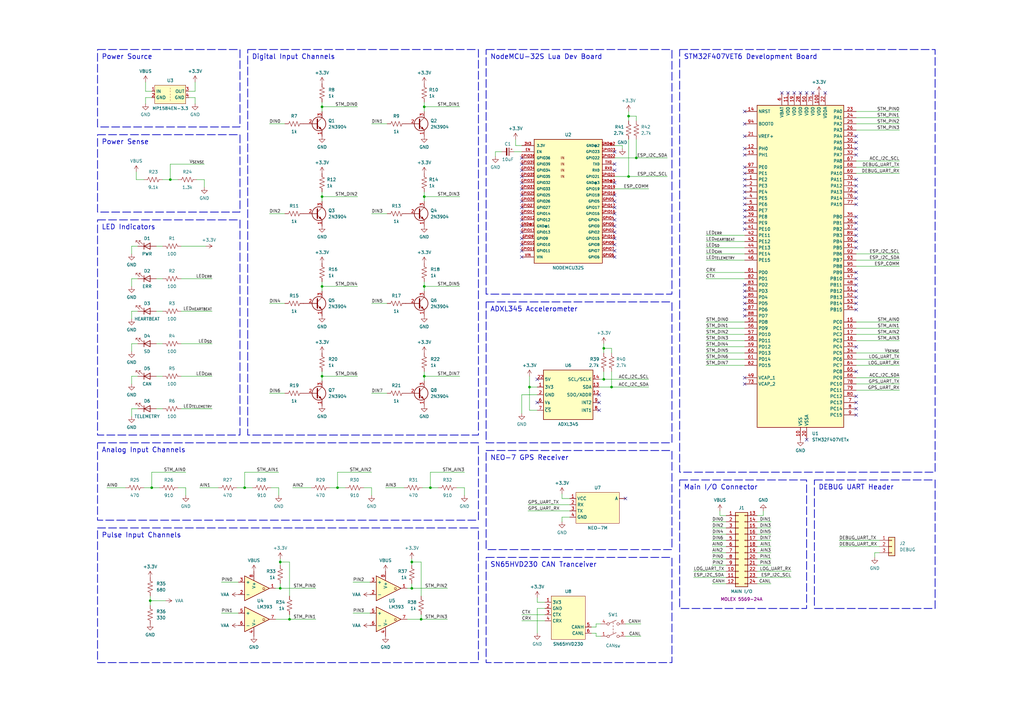
<source format=kicad_sch>
(kicad_sch (version 20231120) (generator "eeschema") (generator_version "8.0")
  (paper "A3")
  (junction (at 118.745 254))
  (junction (at 250.825 158.75))
  (junction (at 62.23 200.025))
  (junction (at 114.935 241.3))
  (junction (at 100.33 200.025))
  (junction (at 132.08 117.475))
  (junction (at 257.81 47.625))
  (junction (at 247.65 155.575))
  (junction (at 260.985 64.77))
  (junction (at 173.99 154.305))
  (junction (at 132.08 43.815))
  (junction (at 176.53 200.025))
  (junction (at 247.65 142.875))
  (junction (at 138.43 200.025))
  (junction (at 132.08 154.305))
  (junction (at 69.85 73.66))
  (junction (at 173.99 80.645))
  (junction (at 132.08 80.645))
  (junction (at 168.91 230.505))
  (junction (at 114.935 230.505))
  (junction (at 173.99 43.815))
  (junction (at 61.595 246.38))
  (junction (at 257.81 72.39))
  (junction (at 173.99 117.475))
  (junction (at 217.17 158.75))
  (junction (at 168.91 241.3))
  (junction (at 172.72 254))
  (no_connect (at 252.095 85.09))
  (no_connect (at 320.675 38.1))
  (no_connect (at 256.54 204.47))
  (no_connect (at 305.435 45.72))
  (no_connect (at 252.095 90.17))
  (no_connect (at 245.745 165.1))
  (no_connect (at 305.435 124.46))
  (no_connect (at 252.095 102.87))
  (no_connect (at 351.155 170.18))
  (no_connect (at 323.215 38.1))
  (no_connect (at 213.995 67.31))
  (no_connect (at 305.435 81.28))
  (no_connect (at 220.345 155.575))
  (no_connect (at 351.155 124.46))
  (no_connect (at 305.435 91.44))
  (no_connect (at 213.995 102.87))
  (no_connect (at 305.435 88.9))
  (no_connect (at 213.995 105.41))
  (no_connect (at 245.745 168.275))
  (no_connect (at 351.155 88.9))
  (no_connect (at 213.995 80.01))
  (no_connect (at 213.995 97.79))
  (no_connect (at 305.435 60.96))
  (no_connect (at 305.435 127))
  (no_connect (at 213.995 85.09))
  (no_connect (at 351.155 167.64))
  (no_connect (at 252.095 100.33))
  (no_connect (at 252.095 95.25))
  (no_connect (at 351.155 114.3))
  (no_connect (at 330.835 38.1))
  (no_connect (at 330.835 180.34))
  (no_connect (at 305.435 71.12))
  (no_connect (at 252.095 74.93))
  (no_connect (at 351.155 111.76))
  (no_connect (at 351.155 55.88))
  (no_connect (at 213.995 69.85))
  (no_connect (at 351.155 101.6))
  (no_connect (at 351.155 63.5))
  (no_connect (at 252.095 69.85))
  (no_connect (at 351.155 142.24))
  (no_connect (at 351.155 73.66))
  (no_connect (at 252.095 62.23))
  (no_connect (at 245.745 161.925))
  (no_connect (at 213.995 74.93))
  (no_connect (at 351.155 78.74))
  (no_connect (at 252.095 97.79))
  (no_connect (at 351.155 83.82))
  (no_connect (at 305.435 78.74))
  (no_connect (at 328.295 38.1))
  (no_connect (at 213.995 72.39))
  (no_connect (at 338.455 38.1))
  (no_connect (at 351.155 99.06))
  (no_connect (at 351.155 116.84))
  (no_connect (at 351.155 96.52))
  (no_connect (at 351.155 58.42))
  (no_connect (at 213.995 82.55))
  (no_connect (at 351.155 121.92))
  (no_connect (at 351.155 76.2))
  (no_connect (at 351.155 119.38))
  (no_connect (at 333.375 38.1))
  (no_connect (at 305.435 73.66))
  (no_connect (at 351.155 91.44))
  (no_connect (at 305.435 50.8))
  (no_connect (at 213.995 77.47))
  (no_connect (at 305.435 93.98))
  (no_connect (at 305.435 63.5))
  (no_connect (at 305.435 129.54))
  (no_connect (at 252.095 80.01))
  (no_connect (at 351.155 81.28))
  (no_connect (at 305.435 83.82))
  (no_connect (at 305.435 68.58))
  (no_connect (at 213.995 64.77))
  (no_connect (at 351.155 60.96))
  (no_connect (at 305.435 55.88))
  (no_connect (at 305.435 86.36))
  (no_connect (at 305.435 121.92))
  (no_connect (at 252.095 67.31))
  (no_connect (at 305.435 154.94))
  (no_connect (at 252.095 82.55))
  (no_connect (at 213.995 100.33))
  (no_connect (at 351.155 127))
  (no_connect (at 351.155 165.1))
  (no_connect (at 213.995 95.25))
  (no_connect (at 325.755 38.1))
  (no_connect (at 305.435 119.38))
  (no_connect (at 213.995 90.17))
  (no_connect (at 213.995 87.63))
  (no_connect (at 252.095 92.71))
  (no_connect (at 220.345 165.1))
  (no_connect (at 252.095 87.63))
  (no_connect (at 305.435 116.84))
  (no_connect (at 305.435 76.2))
  (no_connect (at 213.995 92.71))
  (no_connect (at 252.095 105.41))
  (no_connect (at 351.155 162.56))
  (no_connect (at 351.155 93.98))
  (no_connect (at 305.435 157.48))
  (no_connect (at 351.155 152.4))
  (wire (pts (xy 310.515 229.235) (xy 316.23 229.235)))
  (wire (pts (xy 190.5 203.2) (xy 190.5 200.025)))
  (wire (pts (xy 53.975 140.97) (xy 56.515 140.97)))
  (wire (pts (xy 245.745 155.575) (xy 247.65 155.575)))
  (wire (pts (xy 351.155 149.86) (xy 368.935 149.86)))
  (wire (pts (xy 152.4 161.29) (xy 158.75 161.29)))
  (wire (pts (xy 59.69 40.005) (xy 62.23 40.005)))
  (wire (pts (xy 173.99 78.74) (xy 173.99 80.645)))
  (wire (pts (xy 138.43 200.025) (xy 138.43 193.675)))
  (wire (pts (xy 113.03 254) (xy 118.745 254)))
  (wire (pts (xy 351.155 109.22) (xy 368.935 109.22)))
  (wire (pts (xy 289.56 139.7) (xy 305.435 139.7)))
  (wire (pts (xy 53.975 117.475) (xy 53.975 114.3)))
  (wire (pts (xy 110.49 87.63) (xy 116.84 87.63)))
  (wire (pts (xy 252.095 64.77) (xy 260.985 64.77)))
  (wire (pts (xy 97.155 200.025) (xy 100.33 200.025)))
  (wire (pts (xy 351.155 134.62) (xy 368.935 134.62)))
  (wire (pts (xy 351.155 48.26) (xy 368.935 48.26)))
  (wire (pts (xy 74.295 140.97) (xy 86.995 140.97)))
  (wire (pts (xy 132.08 117.475) (xy 132.08 119.38)))
  (wire (pts (xy 247.65 155.575) (xy 266.065 155.575)))
  (wire (pts (xy 173.99 154.305) (xy 188.595 154.305)))
  (wire (pts (xy 310.515 224.155) (xy 316.23 224.155)))
  (wire (pts (xy 220.345 247.015) (xy 223.52 247.015)))
  (wire (pts (xy 152.4 124.46) (xy 158.75 124.46)))
  (wire (pts (xy 344.17 221.615) (xy 360.68 221.615)))
  (wire (pts (xy 255.27 59.69) (xy 255.27 60.96)))
  (wire (pts (xy 190.5 200.025) (xy 187.325 200.025)))
  (wire (pts (xy 168.91 239.395) (xy 168.91 241.3)))
  (wire (pts (xy 53.975 127.635) (xy 56.515 127.635)))
  (wire (pts (xy 64.135 114.3) (xy 66.675 114.3)))
  (wire (pts (xy 69.85 73.66) (xy 69.85 67.31)))
  (wire (pts (xy 310.515 221.615) (xy 316.23 221.615)))
  (wire (pts (xy 230.505 202.565) (xy 230.505 204.47)))
  (wire (pts (xy 168.91 241.3) (xy 167.005 241.3)))
  (wire (pts (xy 64.135 127.635) (xy 66.675 127.635)))
  (wire (pts (xy 172.72 230.505) (xy 172.72 244.475)))
  (wire (pts (xy 173.99 154.305) (xy 173.99 156.21)))
  (wire (pts (xy 351.155 154.94) (xy 368.935 154.94)))
  (wire (pts (xy 144.78 251.46) (xy 151.765 251.46)))
  (wire (pts (xy 172.72 254) (xy 183.515 254)))
  (wire (pts (xy 118.745 230.505) (xy 118.745 244.475)))
  (wire (pts (xy 173.99 117.475) (xy 188.595 117.475)))
  (wire (pts (xy 252.095 59.69) (xy 255.27 59.69)))
  (wire (pts (xy 59.69 42.545) (xy 59.69 40.005)))
  (wire (pts (xy 310.515 216.535) (xy 316.23 216.535)))
  (wire (pts (xy 168.91 230.505) (xy 172.72 230.505)))
  (wire (pts (xy 244.475 260.985) (xy 246.38 260.985)))
  (wire (pts (xy 64.135 167.64) (xy 66.675 167.64)))
  (wire (pts (xy 247.65 140.97) (xy 247.65 142.875)))
  (wire (pts (xy 351.155 147.32) (xy 368.935 147.32)))
  (wire (pts (xy 100.33 200.025) (xy 100.33 193.675)))
  (wire (pts (xy 76.2 203.2) (xy 76.2 200.025)))
  (wire (pts (xy 310.515 231.775) (xy 316.23 231.775)))
  (wire (pts (xy 266.065 77.47) (xy 252.095 77.47)))
  (wire (pts (xy 289.56 149.86) (xy 305.435 149.86)))
  (wire (pts (xy 118.745 252.095) (xy 118.745 254)))
  (wire (pts (xy 292.1 219.075) (xy 297.815 219.075)))
  (wire (pts (xy 135.255 200.025) (xy 138.43 200.025)))
  (wire (pts (xy 292.1 229.235) (xy 297.815 229.235)))
  (wire (pts (xy 247.65 142.875) (xy 247.65 144.78)))
  (wire (pts (xy 152.4 200.025) (xy 149.225 200.025)))
  (wire (pts (xy 114.935 241.3) (xy 129.54 241.3)))
  (wire (pts (xy 110.49 50.8) (xy 116.84 50.8)))
  (wire (pts (xy 233.68 212.09) (xy 230.505 212.09)))
  (wire (pts (xy 118.745 254) (xy 129.54 254)))
  (wire (pts (xy 351.155 68.58) (xy 368.935 68.58)))
  (wire (pts (xy 292.1 239.395) (xy 297.815 239.395)))
  (wire (pts (xy 168.91 241.3) (xy 183.515 241.3)))
  (wire (pts (xy 61.595 248.285) (xy 61.595 246.38)))
  (wire (pts (xy 351.155 66.04) (xy 368.935 66.04)))
  (wire (pts (xy 289.56 96.52) (xy 305.435 96.52)))
  (wire (pts (xy 292.1 224.155) (xy 297.815 224.155)))
  (wire (pts (xy 120.015 200.025) (xy 127.635 200.025)))
  (wire (pts (xy 173.99 43.815) (xy 173.99 45.72)))
  (wire (pts (xy 59.69 37.465) (xy 62.23 37.465)))
  (wire (pts (xy 284.48 234.315) (xy 297.815 234.315)))
  (wire (pts (xy 168.91 229.235) (xy 168.91 230.505)))
  (wire (pts (xy 100.33 193.675) (xy 114.3 193.675)))
  (wire (pts (xy 260.985 57.15) (xy 260.985 64.77)))
  (wire (pts (xy 256.54 255.905) (xy 262.89 255.905)))
  (wire (pts (xy 132.08 117.475) (xy 146.685 117.475)))
  (wire (pts (xy 62.23 200.025) (xy 65.405 200.025)))
  (wire (pts (xy 138.43 193.675) (xy 152.4 193.675)))
  (wire (pts (xy 66.675 73.66) (xy 69.85 73.66)))
  (wire (pts (xy 74.295 154.305) (xy 86.995 154.305)))
  (wire (pts (xy 351.155 132.08) (xy 368.935 132.08)))
  (wire (pts (xy 110.49 124.46) (xy 116.84 124.46)))
  (wire (pts (xy 289.56 134.62) (xy 305.435 134.62)))
  (wire (pts (xy 292.1 226.695) (xy 297.815 226.695)))
  (wire (pts (xy 289.56 137.16) (xy 305.435 137.16)))
  (wire (pts (xy 351.155 45.72) (xy 368.935 45.72)))
  (wire (pts (xy 292.1 213.995) (xy 297.815 213.995)))
  (wire (pts (xy 217.17 158.75) (xy 217.17 168.275)))
  (wire (pts (xy 289.56 132.08) (xy 305.435 132.08)))
  (wire (pts (xy 351.155 160.02) (xy 368.935 160.02)))
  (wire (pts (xy 244.475 257.175) (xy 244.475 255.905)))
  (wire (pts (xy 90.805 238.76) (xy 97.79 238.76)))
  (wire (pts (xy 64.135 100.965) (xy 66.675 100.965)))
  (wire (pts (xy 53.975 104.14) (xy 53.975 100.965)))
  (wire (pts (xy 257.81 47.625) (xy 257.81 49.53)))
  (wire (pts (xy 90.805 251.46) (xy 97.79 251.46)))
  (wire (pts (xy 55.88 70.485) (xy 55.88 73.66)))
  (wire (pts (xy 252.095 72.39) (xy 257.81 72.39)))
  (wire (pts (xy 310.515 226.695) (xy 316.23 226.695)))
  (wire (pts (xy 217.17 158.75) (xy 220.345 158.75)))
  (wire (pts (xy 132.08 154.305) (xy 146.685 154.305)))
  (wire (pts (xy 256.54 260.985) (xy 262.89 260.985)))
  (wire (pts (xy 80.01 42.545) (xy 80.01 40.005)))
  (wire (pts (xy 69.85 73.66) (xy 73.025 73.66)))
  (wire (pts (xy 295.275 211.455) (xy 297.815 211.455)))
  (wire (pts (xy 61.595 246.38) (xy 61.595 244.475)))
  (wire (pts (xy 217.17 154.305) (xy 217.17 158.75)))
  (wire (pts (xy 138.43 200.025) (xy 141.605 200.025)))
  (wire (pts (xy 313.055 211.455) (xy 310.515 211.455)))
  (wire (pts (xy 132.08 43.815) (xy 146.685 43.815)))
  (wire (pts (xy 59.69 33.655) (xy 59.69 37.465)))
  (wire (pts (xy 351.155 144.78) (xy 368.935 144.78)))
  (wire (pts (xy 81.915 200.025) (xy 89.535 200.025)))
  (wire (pts (xy 220.345 249.555) (xy 220.345 259.715)))
  (wire (pts (xy 64.135 154.305) (xy 66.675 154.305)))
  (wire (pts (xy 360.68 226.695) (xy 358.775 226.695)))
  (wire (pts (xy 74.295 167.64) (xy 86.995 167.64)))
  (wire (pts (xy 289.56 111.76) (xy 305.435 111.76)))
  (wire (pts (xy 144.78 238.76) (xy 151.765 238.76)))
  (wire (pts (xy 310.515 236.855) (xy 324.485 236.855)))
  (wire (pts (xy 213.995 161.925) (xy 213.995 169.545)))
  (wire (pts (xy 53.975 100.965) (xy 56.515 100.965)))
  (wire (pts (xy 69.85 67.31) (xy 83.82 67.31)))
  (wire (pts (xy 351.155 137.16) (xy 368.935 137.16)))
  (wire (pts (xy 310.515 234.315) (xy 324.485 234.315)))
  (wire (pts (xy 114.935 229.235) (xy 114.935 230.505)))
  (wire (pts (xy 257.81 57.15) (xy 257.81 72.39)))
  (wire (pts (xy 242.57 257.175) (xy 244.475 257.175)))
  (wire (pts (xy 173.355 200.025) (xy 176.53 200.025)))
  (wire (pts (xy 257.81 45.72) (xy 257.81 47.625)))
  (wire (pts (xy 80.01 40.005) (xy 77.47 40.005)))
  (wire (pts (xy 80.01 37.465) (xy 77.47 37.465)))
  (wire (pts (xy 247.65 142.875) (xy 250.825 142.875)))
  (wire (pts (xy 351.155 53.34) (xy 368.935 53.34)))
  (wire (pts (xy 223.52 249.555) (xy 220.345 249.555)))
  (wire (pts (xy 292.1 216.535) (xy 297.815 216.535)))
  (wire (pts (xy 132.08 115.57) (xy 132.08 117.475)))
  (wire (pts (xy 344.17 224.155) (xy 360.68 224.155)))
  (wire (pts (xy 289.56 142.24) (xy 305.435 142.24)))
  (wire (pts (xy 289.56 114.3) (xy 305.435 114.3)))
  (wire (pts (xy 310.515 219.075) (xy 316.23 219.075)))
  (wire (pts (xy 211.455 57.15) (xy 211.455 59.69)))
  (wire (pts (xy 351.155 104.14) (xy 368.935 104.14)))
  (wire (pts (xy 310.515 213.995) (xy 316.23 213.995)))
  (wire (pts (xy 250.825 152.4) (xy 250.825 158.75)))
  (wire (pts (xy 53.975 170.815) (xy 53.975 167.64)))
  (wire (pts (xy 250.825 158.75) (xy 266.065 158.75)))
  (wire (pts (xy 173.99 152.4) (xy 173.99 154.305)))
  (wire (pts (xy 217.17 168.275) (xy 220.345 168.275)))
  (wire (pts (xy 114.935 241.3) (xy 113.03 241.3)))
  (wire (pts (xy 176.53 193.675) (xy 190.5 193.675)))
  (wire (pts (xy 62.23 200.025) (xy 62.23 193.675)))
  (wire (pts (xy 100.33 200.025) (xy 103.505 200.025)))
  (wire (pts (xy 132.08 43.815) (xy 132.08 45.72)))
  (wire (pts (xy 216.535 209.55) (xy 233.68 209.55)))
  (wire (pts (xy 292.1 231.775) (xy 297.815 231.775)))
  (wire (pts (xy 132.08 41.91) (xy 132.08 43.815)))
  (wire (pts (xy 351.155 106.68) (xy 368.935 106.68)))
  (wire (pts (xy 176.53 200.025) (xy 179.705 200.025)))
  (wire (pts (xy 64.135 140.97) (xy 66.675 140.97)))
  (wire (pts (xy 172.72 252.095) (xy 172.72 254)))
  (wire (pts (xy 110.49 161.29) (xy 116.84 161.29)))
  (wire (pts (xy 176.53 200.025) (xy 176.53 193.675)))
  (wire (pts (xy 292.1 221.615) (xy 297.815 221.615)))
  (wire (pts (xy 289.56 144.78) (xy 305.435 144.78)))
  (wire (pts (xy 53.975 130.81) (xy 53.975 127.635)))
  (wire (pts (xy 114.935 230.505) (xy 118.745 230.505)))
  (wire (pts (xy 213.995 254.635) (xy 223.52 254.635)))
  (wire (pts (xy 216.535 207.01) (xy 233.68 207.01)))
  (wire (pts (xy 289.56 99.06) (xy 305.435 99.06)))
  (wire (pts (xy 53.975 144.145) (xy 53.975 140.97)))
  (wire (pts (xy 173.99 43.815) (xy 188.595 43.815)))
  (wire (pts (xy 230.505 204.47) (xy 233.68 204.47)))
  (wire (pts (xy 59.055 200.025) (xy 62.23 200.025)))
  (wire (pts (xy 351.155 71.12) (xy 368.935 71.12)))
  (wire (pts (xy 173.99 41.91) (xy 173.99 43.815)))
  (wire (pts (xy 257.81 47.625) (xy 260.985 47.625)))
  (wire (pts (xy 132.08 152.4) (xy 132.08 154.305)))
  (wire (pts (xy 210.82 62.23) (xy 213.995 62.23)))
  (wire (pts (xy 132.08 154.305) (xy 132.08 156.21)))
  (wire (pts (xy 152.4 87.63) (xy 158.75 87.63)))
  (wire (pts (xy 74.295 114.3) (xy 86.995 114.3)))
  (wire (pts (xy 203.2 64.135) (xy 203.2 62.23)))
  (wire (pts (xy 132.08 78.74) (xy 132.08 80.645)))
  (wire (pts (xy 132.08 80.645) (xy 146.685 80.645)))
  (wire (pts (xy 358.775 226.695) (xy 358.775 228.6)))
  (wire (pts (xy 242.57 259.715) (xy 244.475 259.715)))
  (wire (pts (xy 173.99 80.645) (xy 188.595 80.645)))
  (wire (pts (xy 53.975 154.305) (xy 56.515 154.305)))
  (wire (pts (xy 351.155 139.7) (xy 368.935 139.7)))
  (wire (pts (xy 310.515 239.395) (xy 316.23 239.395)))
  (wire (pts (xy 313.055 209.55) (xy 313.055 211.455)))
  (wire (pts (xy 61.595 246.38) (xy 67.945 246.38)))
  (wire (pts (xy 250.825 142.875) (xy 250.825 144.78)))
  (wire (pts (xy 43.815 200.025) (xy 51.435 200.025)))
  (wire (pts (xy 260.985 47.625) (xy 260.985 49.53)))
  (wire (pts (xy 55.88 73.66) (xy 59.055 73.66)))
  (wire (pts (xy 295.275 209.55) (xy 295.275 211.455)))
  (wire (pts (xy 203.2 62.23) (xy 205.74 62.23)))
  (wire (pts (xy 211.455 59.69) (xy 213.995 59.69)))
  (wire (pts (xy 257.81 72.39) (xy 273.685 72.39)))
  (wire (pts (xy 114.935 230.505) (xy 114.935 231.775)))
  (wire (pts (xy 74.295 127.635) (xy 86.995 127.635)))
  (wire (pts (xy 289.56 147.32) (xy 305.435 147.32)))
  (wire (pts (xy 230.505 212.09) (xy 230.505 213.995)))
  (wire (pts (xy 173.99 115.57) (xy 173.99 117.475)))
  (wire (pts (xy 80.01 33.655) (xy 80.01 37.465)))
  (wire (pts (xy 114.935 239.395) (xy 114.935 241.3)))
  (wire (pts (xy 289.56 104.14) (xy 305.435 104.14)))
  (wire (pts (xy 247.65 152.4) (xy 247.65 155.575)))
  (wire (pts (xy 168.91 230.505) (xy 168.91 231.775)))
  (wire (pts (xy 289.56 106.68) (xy 305.435 106.68)))
  (wire (pts (xy 260.985 64.77) (xy 273.685 64.77)))
  (wire (pts (xy 76.2 200.025) (xy 73.025 200.025)))
  (wire (pts (xy 351.155 157.48) (xy 368.935 157.48)))
  (wire (pts (xy 152.4 50.8) (xy 158.75 50.8)))
  (wire (pts (xy 152.4 203.2) (xy 152.4 200.025)))
  (wire (pts (xy 114.3 203.2) (xy 114.3 200.025)))
  (wire (pts (xy 114.3 200.025) (xy 111.125 200.025)))
  (wire (pts (xy 53.975 114.3) (xy 56.515 114.3)))
  (wire (pts (xy 53.975 157.48) (xy 53.975 154.305)))
  (wire (pts (xy 244.475 259.715) (xy 244.475 260.985)))
  (wire (pts (xy 53.975 167.64) (xy 56.515 167.64)))
  (wire (pts (xy 213.995 252.095) (xy 223.52 252.095)))
  (wire (pts (xy 351.155 50.8) (xy 368.935 50.8)))
  (wire (pts (xy 158.115 200.025) (xy 165.735 200.025)))
  (wire (pts (xy 245.745 158.75) (xy 250.825 158.75)))
  (wire (pts (xy 284.48 236.855) (xy 297.815 236.855)))
  (wire (pts (xy 84.455 100.965) (xy 74.295 100.965)))
  (wire (pts (xy 167.005 254) (xy 172.72 254)))
  (wire (pts (xy 83.82 73.66) (xy 80.645 73.66)))
  (wire (pts (xy 173.99 80.645) (xy 173.99 82.55)))
  (wire (pts (xy 83.82 76.835) (xy 83.82 73.66)))
  (wire (pts (xy 289.56 101.6) (xy 305.435 101.6)))
  (wire (pts (xy 220.345 161.925) (xy 213.995 161.925)))
  (wire (pts (xy 62.23 193.675) (xy 76.2 193.675)))
  (wire (pts (xy 220.345 245.11) (xy 220.345 247.015)))
  (wire (pts (xy 244.475 255.905) (xy 246.38 255.905)))
  (wire (pts (xy 173.99 117.475) (xy 173.99 119.38)))
  (wire (pts (xy 132.08 80.645) (xy 132.08 82.55)))
  (text_box "LED Indicators" (at 40.005 90.17 0) (size 58.42 88.265) (stroke (width 0.3) (type dash)) (effects (font (size 2 2) (thickness 0.254) (bold yes)) (justify left top)))
  (text_box "Power Source" (at 40.005 20.32 0) (size 58.42 31.75) (stroke (width 0.3) (type dash)) (effects (font (size 2 2) (thickness 0.254) (bold yes)) (justify left top)))
  (text_box "Main I/O Connector" (at 278.765 196.85 0) (size 52.07 52.705) (stroke (width 0.3) (type dash)) (effects (font (size 2 2) (thickness 0.254) (bold yes)) (justify left top)))
  (text_box "Digital Input Channels" (at 101.6 20.32 0) (size 94.615 158.115) (stroke (width 0.3) (type dash)) (effects (font (size 2 2) (thickness 0.254) (bold yes)) (justify left top)))
  (text_box "STM32F407VET6 Development Board" (at 278.765 20.32 0) (size 104.775 173.355) (stroke (width 0.3) (type dash)) (effects (font (size 2 2) (thickness 0.254) (bold yes)) (justify left top)))
  (text_box "DEBUG UART Header" (at 334.01 196.85 0) (size 49.53 52.705) (stroke (width 0.3) (type dash)) (effects (font (size 2 2) (thickness 0.254) (bold yes)) (justify left top)))
  (text_box "NEO-7 GPS Receiver" (at 199.39 184.785 0) (size 76.2 40.64) (stroke (width 0.3) (type dash)) (effects (font (size 2 2) (thickness 0.254) (bold yes)) (justify left top)))
  (text_box "Power Sense" (at 40.005 55.245 0) (size 58.42 31.75) (stroke (width 0.3) (type dash)) (effects (font (size 2 2) (thickness 0.254) (bold yes)) (justify left top)))
  (text_box "Analog Input Channels" (at 40.005 181.61 0) (size 156.21 31.75) (stroke (width 0.3) (type dash)) (effects (font (size 2 2) (thickness 0.254) (bold yes)) (justify left top)))
  (text_box "Pulse Input Channels" (at 40.005 216.535 0) (size 156.21 55.245) (stroke (width 0.3) (type dash)) (effects (font (size 2 2) (thickness 0.254) (bold yes)) (justify left top)))
  (text_box "ADXL345 Accelerometer" (at 199.39 123.825 0) (size 76.2 57.785) (stroke (width 0.3) (type dash)) (effects (font (size 2 2) (thickness 0.254) (bold yes)) (justify left top)))
  (text_box "SN65HVD230 CAN Tranceiver" (at 199.39 228.6 0) (size 76.2 43.18) (stroke (width 0.3) (type dash)) (effects (font (size 2 2) (thickness 0.254) (bold yes)) (justify left top)))
  (text_box "NodeMCU-32S Lua Dev Board" (at 199.39 20.32 0) (size 76.2 100.33) (stroke (width 0.3) (type dash)) (effects (font (size 2 2) (thickness 0.254) (bold yes)) (justify left top)))
  (label "STM_DIN2" (at 289.56 137.16 0))
  (label "STM_DIN6" (at 289.56 147.32 0))
  (label "LED_{SD}" (at 289.56 101.6 0))
  (label "ACC_I2C_SDA" (at 368.935 154.94 180))
  (label "DIN4" (at 110.49 124.46 0))
  (label "PIN2" (at 144.78 238.76 0))
  (label "DIN5" (at 316.23 219.075 180))
  (label "STM_DIN7" (at 188.595 154.305 180))
  (label "LED_{TELEMETRY}" (at 86.995 167.64 180))
  (label "AIN3" (at 158.115 200.025 0))
  (label "STM_DIN4" (at 289.56 142.24 0))
  (label "STM_PIN3" (at 368.935 53.34 180))
  (label "ESP_I2C_SDA" (at 368.935 106.68 180))
  (label "STM_AIN1" (at 114.3 193.675 180))
  (label "STM_DIN7" (at 289.56 149.86 0))
  (label "LED_{CAN}" (at 86.995 154.305 180))
  (label "LOG_UART_RX" (at 324.485 234.315 180))
  (label "V_{SENSE}" (at 368.935 144.78 180))
  (label "DIN3" (at 152.4 87.63 0))
  (label "LED_{ERR}" (at 86.995 114.3 180))
  (label "STM_DIN1" (at 188.595 43.815 180))
  (label "CTX" (at 213.995 252.095 0))
  (label "ACC_I2C_SDA" (at 266.065 158.75 180))
  (label "LOG_UART_RX" (at 368.935 149.86 180))
  (label "STM_DIN0" (at 289.56 132.08 0))
  (label "STM_AIN3" (at 368.935 139.7 180))
  (label "LED_{ERR}" (at 289.56 96.52 0))
  (label "ESP_I2C_SCL" (at 273.685 72.39 180))
  (label "PIN0" (at 90.805 238.76 0))
  (label "STM_PIN2" (at 183.515 241.3 180))
  (label "AIN0" (at 43.815 200.025 0))
  (label "ACC_I2C_SCL" (at 368.935 66.04 180))
  (label "ESP_I2C_SDA" (at 284.48 236.855 0))
  (label "GPS_UART_RX" (at 216.535 209.55 0))
  (label "PIN2" (at 292.1 231.775 0))
  (label "STM_DIN6" (at 146.685 154.305 180))
  (label "DIN1" (at 316.23 213.995 180))
  (label "GPS_UART_TX" (at 216.535 207.01 0))
  (label "DIN2" (at 110.49 87.63 0))
  (label "STM_AIN3" (at 190.5 193.675 180))
  (label "DIN0" (at 110.49 50.8 0))
  (label "AIN2" (at 120.015 200.025 0))
  (label "DIN6" (at 110.49 161.29 0))
  (label "DIN1" (at 152.4 50.8 0))
  (label "CANH" (at 262.89 255.905 180))
  (label "STM_PIN1" (at 368.935 48.26 180))
  (label "PIN3" (at 144.78 251.46 0))
  (label "LED_{CAN}" (at 289.56 104.14 0))
  (label "STM_DIN0" (at 146.685 43.815 180))
  (label "AIN0" (at 292.1 224.155 0))
  (label "ACC_I2C_SCL" (at 266.065 155.575 180))
  (label "DIN7" (at 316.23 221.615 180))
  (label "STM_AIN2" (at 152.4 193.675 180))
  (label "STM_DIN2" (at 146.685 80.645 180))
  (label "LED_{HEARTBEAT}" (at 289.56 99.06 0))
  (label "AIN2" (at 292.1 226.695 0))
  (label "CANL" (at 316.23 239.395 180))
  (label "STM_AIN0" (at 368.935 132.08 180))
  (label "DEBUG_UART_RX" (at 368.935 71.12 180))
  (label "DIN6" (at 292.1 221.615 0))
  (label "LOG_UART_TX" (at 284.48 234.315 0))
  (label "CANH" (at 292.1 239.395 0))
  (label "STM_PIN3" (at 183.515 254 180))
  (label "STM_PIN1" (at 129.54 254 180))
  (label "STM_DIN4" (at 146.685 117.475 180))
  (label "STM_PIN0" (at 129.54 241.3 180))
  (label "ESP_I2C_SCL" (at 324.485 236.855 180))
  (label "DIN5" (at 152.4 124.46 0))
  (label "PIN0" (at 292.1 229.235 0))
  (label "DIN3" (at 316.23 216.535 180))
  (label "CANL" (at 262.89 260.985 180))
  (label "DIN7" (at 152.4 161.29 0))
  (label "ESP_COMM" (at 368.935 109.22 180))
  (label "GPS_UART_RX" (at 368.935 160.02 180))
  (label "LED_{HEARTBEAT}" (at 86.995 127.635 180))
  (label "PIN1" (at 316.23 229.235 180))
  (label "ESP_I2C_SCL" (at 368.935 104.14 180))
  (label "DEBUG_UART_TX" (at 344.17 221.615 0))
  (label "LOG_UART_TX" (at 368.935 147.32 180))
  (label "STM_AIN2" (at 368.935 137.16 180))
  (label "STM_DIN1" (at 289.56 134.62 0))
  (label "STM_AIN0" (at 76.2 193.675 180))
  (label "STM_AIN1" (at 368.935 134.62 180))
  (label "CRX" (at 289.56 111.76 0))
  (label "AIN3" (at 316.23 226.695 180))
  (label "DEBUG_UART_RX" (at 344.17 224.155 0))
  (label "ESP_I2C_SDA" (at 273.685 64.77 180))
  (label "GPS_UART_TX" (at 368.935 157.48 180))
  (label "DEBUG_UART_TX" (at 368.935 68.58 180))
  (label "V_{SENSE}" (at 83.82 67.31 180))
  (label "LED_{SD}" (at 86.995 140.97 180))
  (label "STM_DIN5" (at 289.56 144.78 0))
  (label "CTX" (at 289.56 114.3 0))
  (label "STM_PIN0" (at 368.935 45.72 180))
  (label "PIN3" (at 316.23 231.775 180))
  (label "ESP_COMM" (at 266.065 77.47 180))
  (label "DIN4" (at 292.1 219.075 0))
  (label "STM_PIN2" (at 368.935 50.8 180))
  (label "STM_DIN5" (at 188.595 117.475 180))
  (label "AIN1" (at 81.915 200.025 0))
  (label "DIN2" (at 292.1 216.535 0))
  (label "LED_{TELEMETRY}" (at 289.56 106.68 0))
  (label "AIN1" (at 316.23 224.155 180))
  (label "STM_DIN3" (at 289.56 139.7 0))
  (label "STM_DIN3" (at 188.595 80.645 180))
  (label "CRX" (at 213.995 254.635 0))
  (label "PIN1" (at 90.805 251.46 0))
  (label "DIN0" (at 292.1 213.995 0))
  (symbol (lib_id "power:+3.3V") (at 84.455 100.965 270) (unit 1)
    (property "Reference" "#PWR035" (effects (hide yes)))
    (property "Value" "+3.3V" (at 85.725 98.425 90))
  )
  (symbol (lib_id "Transistor_BJT:2N3904") (at 171.45 124.46 0) (unit 1)
    (property "Reference" "Q6" (at 176.53 123.19 0) (effects (justify left)))
    (property "Value" "2N3904" (at 176.53 125.73 0) (effects (justify left)))
    (property "Footprint" "Package_TO_SOT_THT:TO-92_Inline_Wide" (effects (hide yes)))
    (property "Datasheet" "https://www.onsemi.com/pub/Collateral/2N3903-D.PDF" (effects (hide yes)))
  )
  (symbol (lib_id "Device:R_US") (at 107.315 200.025 90) (unit 1)
    (property "Reference" "R28" (at 107.315 196.85 90))
    (property "Value" "910" (at 107.315 203.2 90))
    (property "Footprint" "Resistor_THT:R_Axial_DIN0207_L6.3mm_D2.5mm_P10.16mm_Horizontal" (effects (hide yes)))
  )
  (symbol (lib_id "power:VBUS") (at 295.275 209.55 0) (unit 1)
    (property "Reference" "#PWR060" (effects (hide yes)))
    (property "Value" "VBUS" (at 295.275 205.105 0))
  )
  (symbol (lib_id "power:GND") (at 173.99 166.37 0) (mirror y) (unit 1)
    (property "Reference" "#PWR031" (effects (hide yes)))
    (property "Value" "GND" (at 173.99 170.815 0))
  )
  (symbol (lib_id "power:+3.3V") (at 61.595 236.855 0) (unit 1)
    (property "Reference" "#PWR042" (effects (hide yes)))
    (property "Value" "+3.3V" (at 61.595 232.41 0))
  )
  (symbol (lib_id "Device:R_US") (at 70.485 140.97 270) (mirror x) (unit 1)
    (property "Reference" "R4" (at 70.485 137.795 90))
    (property "Value" "100" (at 70.485 144.145 90))
    (property "Footprint" "Resistor_THT:R_Axial_DIN0207_L6.3mm_D2.5mm_P10.16mm_Horizontal" (effects (hide yes)))
  )
  (symbol (lib_id "power:GND") (at 53.975 104.14 0) (unit 1)
    (property "Reference" "#PWR034" (effects (hide yes)))
    (property "Value" "GND" (at 53.975 108.585 0))
  )
  (symbol (lib_id "power:GND") (at 132.08 166.37 0) (mirror y) (unit 1)
    (property "Reference" "#PWR027" (effects (hide yes)))
    (property "Value" "GND" (at 132.08 170.815 0))
  )
  (symbol (lib_id "power:+3.3V") (at 247.65 140.97 0) (unit 1)
    (property "Reference" "#PWR054" (effects (hide yes)))
    (property "Value" "+3.3V" (at 247.65 136.525 0))
  )
  (symbol (lib_id "power:GND") (at 358.775 228.6 0) (mirror y) (unit 1)
    (property "Reference" "#PWR08" (effects (hide yes)))
    (property "Value" "GND" (at 358.775 233.045 0))
  )
  (symbol (lib_id "Device:LED") (at 60.325 167.64 0) (mirror x) (unit 1)
    (property "Reference" "D6" (at 60.325 164.465 0))
    (property "Value" "TELEMETRY" (at 60.325 170.815 0))
    (property "Footprint" "LED_THT:LED_D5.0mm_FlatTop" (effects (hide yes)))
  )
  (symbol (lib_id "Device:R_US") (at 93.345 200.025 90) (unit 1)
    (property "Reference" "R27" (at 93.345 196.85 90))
    (property "Value" "470" (at 93.345 203.2 90))
    (property "Footprint" "Resistor_THT:R_Axial_DIN0207_L6.3mm_D2.5mm_P10.16mm_Horizontal" (effects (hide yes)))
  )
  (symbol (lib_id "Device:LED") (at 60.325 154.305 0) (mirror x) (unit 1)
    (property "Reference" "D5" (at 60.325 151.13 0))
    (property "Value" "CAN" (at 60.325 157.48 0))
    (property "Footprint" "LED_THT:LED_D5.0mm_FlatTop" (effects (hide yes)))
  )
  (symbol (lib_id "LM393:LM393") (at 106.045 247.65 0) (unit 1)
    (property "Reference" "U4" (at 105.41 246.38 0) (effects (justify left)))
    (property "Value" "LM393" (at 105.41 248.92 0) (effects (justify left)))
    (property "Footprint" "Package_DIP:DIP-8_W7.62mm" (effects (hide yes)))
  )
  (symbol (lib_id "power:+3.3V") (at 168.91 229.235 0) (unit 1)
    (property "Reference" "#PWR051" (effects (hide yes)))
    (property "Value" "+3.3V" (at 168.91 224.79 0))
  )
  (symbol (lib_id "Device:R_US") (at 162.56 50.8 90) (unit 1)
    (property "Reference" "R9" (at 162.56 47.625 90))
    (property "Value" "1k" (at 162.56 53.975 90))
    (property "Footprint" "Resistor_THT:R_Axial_DIN0207_L6.3mm_D2.5mm_P10.16mm_Horizontal" (effects (hide yes)))
  )
  (symbol (lib_id "Device:R_US") (at 131.445 200.025 90) (unit 1)
    (property "Reference" "R29" (at 131.445 196.85 90))
    (property "Value" "470" (at 131.445 203.2 90))
    (property "Footprint" "Resistor_THT:R_Axial_DIN0207_L6.3mm_D2.5mm_P10.16mm_Horizontal" (effects (hide yes)))
  )
  (symbol (lib_id "Device:R_US") (at 120.65 50.8 90) (unit 1)
    (property "Reference" "R7" (at 120.65 47.625 90))
    (property "Value" "1k" (at 120.65 53.975 90))
    (property "Footprint" "Resistor_THT:R_Axial_DIN0207_L6.3mm_D2.5mm_P10.16mm_Horizontal" (effects (hide yes)))
  )
  (symbol (lib_id "Device:R_US") (at 173.99 74.93 0) (unit 1)
    (property "Reference" "R14" (at 175.895 73.66 0) (effects (justify left)))
    (property "Value" "1k" (at 175.895 76.2 0) (effects (justify left)))
    (property "Footprint" "Resistor_THT:R_Axial_DIN0207_L6.3mm_D2.5mm_P10.16mm_Horizontal" (effects (hide yes)))
  )
  (symbol (lib_id "power:+3.3V") (at 132.08 34.29 0) (unit 1)
    (property "Reference" "#PWR017" (effects (hide yes)))
    (property "Value" "+3.3V" (at 132.08 29.845 0))
  )
  (symbol (lib_id "Transistor_BJT:2N3904") (at 129.54 161.29 0) (unit 1)
    (property "Reference" "Q7" (at 134.62 160.02 0) (effects (justify left)))
    (property "Value" "2N3904" (at 134.62 162.56 0) (effects (justify left)))
    (property "Footprint" "Package_TO_SOT_THT:TO-92_Inline_Wide" (effects (hide yes)))
    (property "Datasheet" "https://www.onsemi.com/pub/Collateral/2N3903-D.PDF" (effects (hide yes)))
  )
  (symbol (lib_id "Device:R_US") (at 62.865 73.66 90) (unit 1)
    (property "Reference" "R23" (at 62.865 70.485 90))
    (property "Value" "9.1k" (at 62.865 76.835 90))
    (property "Footprint" "Resistor_THT:R_Axial_DIN0207_L6.3mm_D2.5mm_P10.16mm_Horizontal" (effects (hide yes)))
  )
  (symbol (lib_id "Device:R_US") (at 118.745 248.285 0) (unit 1)
    (property "Reference" "R34" (at 113.03 247.015 0) (effects (justify left)))
    (property "Value" "1k" (at 114.3 249.555 0) (effects (justify left)))
    (property "Footprint" "Resistor_THT:R_Axial_DIN0207_L6.3mm_D2.5mm_P10.16mm_Horizontal" (effects (hide yes)))
  )
  (symbol (lib_id "power:+3.3V") (at 80.01 33.655 0) (unit 1)
    (property "Reference" "#PWR04" (effects (hide yes)))
    (property "Value" "+3.3V" (at 80.01 29.21 0))
  )
  (symbol (lib_id "power:GND") (at 220.345 259.715 0) (mirror y) (unit 1)
    (property "Reference" "#PWR059" (effects (hide yes)))
    (property "Value" "GND" (at 220.345 264.16 0))
  )
  (symbol (lib_id "Connector_Generic:Conn_01x03") (at 365.76 224.155 0) (unit 1)
    (property "Reference" "J2" (at 368.935 222.885 0) (effects (justify left)))
    (property "Value" "DEBUG" (at 368.935 225.425 0) (effects (justify left)))
    (property "Footprint" "Connector_PinHeader_2.54mm:PinHeader_1x03_P2.54mm_Vertical" (effects (hide yes)))
  )
  (symbol (lib_id "Device:R_US") (at 132.08 111.76 0) (unit 1)
    (property "Reference" "R16" (at 134.62 110.49 0) (effects (justify left)))
    (property "Value" "1k" (at 134.62 113.03 0) (effects (justify left)))
    (property "Footprint" "Resistor_THT:R_Axial_DIN0207_L6.3mm_D2.5mm_P10.16mm_Horizontal" (effects (hide yes)))
  )
  (symbol (lib_id "power:GND") (at 152.4 203.2 0) (mirror y) (unit 1)
    (property "Reference" "#PWR037" (effects (hide yes)))
    (property "Value" "GND" (at 152.4 207.645 0))
  )
  (symbol (lib_id "power:VBUS") (at 55.88 70.485 0) (unit 1)
    (property "Reference" "#PWR032" (effects (hide yes)))
    (property "Value" "VBUS" (at 55.88 66.04 0))
  )
  (symbol (lib_id "power:GND") (at 61.595 255.905 0) (mirror y) (unit 1)
    (property "Reference" "#PWR043" (effects (hide yes)))
    (property "Value" "GND" (at 61.595 260.35 0))
  )
  (symbol (lib_id "Device:R_US") (at 132.08 148.59 0) (unit 1)
    (property "Reference" "R20" (at 134.62 147.32 0) (effects (justify left)))
    (property "Value" "1k" (at 134.62 149.86 0) (effects (justify left)))
    (property "Footprint" "Resistor_THT:R_Axial_DIN0207_L6.3mm_D2.5mm_P10.16mm_Horizontal" (effects (hide yes)))
  )
  (symbol (lib_id "power:+3.3V") (at 173.99 107.95 0) (unit 1)
    (property "Reference" "#PWR028" (effects (hide yes)))
    (property "Value" "+3.3V" (at 173.99 103.505 0))
  )
  (symbol (lib_id "Device:R_US") (at 70.485 127.635 270) (mirror x) (unit 1)
    (property "Reference" "R3" (at 70.485 124.46 90))
    (property "Value" "100" (at 70.485 130.81 90))
    (property "Footprint" "Resistor_THT:R_Axial_DIN0207_L6.3mm_D2.5mm_P10.16mm_Horizontal" (effects (hide yes)))
  )
  (symbol (lib_id "power:VAA") (at 97.79 243.84 90) (unit 1)
    (property "Reference" "#PWR045" (effects (hide yes)))
    (property "Value" "VAA" (at 93.98 243.84 90) (effects (justify left)))
  )
  (symbol (lib_id "Device:R_US") (at 114.935 235.585 0) (unit 1)
    (property "Reference" "R33" (at 109.22 234.315 0) (effects (justify left)))
    (property "Value" "1k" (at 110.49 236.855 0) (effects (justify left)))
    (property "Footprint" "Resistor_THT:R_Axial_DIN0207_L6.3mm_D2.5mm_P10.16mm_Horizontal" (effects (hide yes)))
  )
  (symbol (lib_id "Device:R_US") (at 132.08 38.1 0) (unit 1)
    (property "Reference" "R8" (at 134.62 36.83 0) (effects (justify left)))
    (property "Value" "1k" (at 134.62 39.37 0) (effects (justify left)))
    (property "Footprint" "Resistor_THT:R_Axial_DIN0207_L6.3mm_D2.5mm_P10.16mm_Horizontal" (effects (hide yes)))
  )
  (symbol (lib_id "power:+3.3V") (at 230.505 202.565 0) (unit 1)
    (property "Reference" "#PWR055" (effects (hide yes)))
    (property "Value" "+3.3V" (at 230.505 198.12 0))
  )
  (symbol (lib_id "power:GND") (at 255.27 60.96 0) (mirror y) (unit 1)
    (property "Reference" "#PWR09" (effects (hide yes)))
    (property "Value" "GND" (at 255.27 58.42 0))
  )
  (symbol (lib_id "Device:LED") (at 60.325 127.635 0) (mirror x) (unit 1)
    (property "Reference" "D3" (at 60.325 124.46 0))
    (property "Value" "HEARTBEAT" (at 60.325 130.81 0))
    (property "Footprint" "LED_THT:LED_D5.0mm_FlatTop" (effects (hide yes)))
  )
  (symbol (lib_id "power:VAA") (at 151.765 256.54 90) (unit 1)
    (property "Reference" "#PWR048" (effects (hide yes)))
    (property "Value" "VAA" (at 147.955 256.54 90) (effects (justify left)))
  )
  (symbol (lib_id "Device:R_US") (at 70.485 100.965 270) (mirror x) (unit 1)
    (property "Reference" "R1" (at 70.485 97.79 90))
    (property "Value" "100" (at 70.485 104.14 90))
    (property "Footprint" "Resistor_THT:R_Axial_DIN0207_L6.3mm_D2.5mm_P10.16mm_Horizontal" (effects (hide yes)))
  )
  (symbol (lib_id "power:+3.3V") (at 132.08 144.78 0) (unit 1)
    (property "Reference" "#PWR026" (effects (hide yes)))
    (property "Value" "+3.3V" (at 132.08 140.335 0))
  )
  (symbol (lib_id "Device:R_US") (at 250.825 148.59 0) (unit 1)
    (property "Reference" "R40" (at 252.73 147.32 0) (effects (justify left)))
    (property "Value" "2.7k" (at 252.73 149.86 0) (effects (justify left)))
    (property "Footprint" "Resistor_THT:R_Axial_DIN0207_L6.3mm_D2.5mm_P10.16mm_Horizontal" (effects (hide yes)))
  )
  (symbol (lib_id "Device:R_US") (at 173.99 148.59 0) (unit 1)
    (property "Reference" "R22" (at 176.53 147.32 0) (effects (justify left)))
    (property "Value" "1k" (at 176.53 149.86 0) (effects (justify left)))
    (property "Footprint" "Resistor_THT:R_Axial_DIN0207_L6.3mm_D2.5mm_P10.16mm_Horizontal" (effects (hide yes)))
  )
  (symbol (lib_id "Transistor_BJT:2N3904") (at 171.45 87.63 0) (unit 1)
    (property "Reference" "Q4" (at 176.53 86.36 0) (effects (justify left)))
    (property "Value" "2N3904" (at 176.53 88.9 0) (effects (justify left)))
    (property "Footprint" "Package_TO_SOT_THT:TO-92_Inline_Wide" (effects (hide yes)))
    (property "Datasheet" "https://www.onsemi.com/pub/Collateral/2N3903-D.PDF" (effects (hide yes)))
  )
  (symbol (lib_id "Transistor_BJT:2N3904") (at 129.54 87.63 0) (unit 1)
    (property "Reference" "Q3" (at 134.62 86.36 0) (effects (justify left)))
    (property "Value" "2N3904" (at 134.62 88.9 0) (effects (justify left)))
    (property "Footprint" "Package_TO_SOT_THT:TO-92_Inline_Wide" (effects (hide yes)))
    (property "Datasheet" "https://www.onsemi.com/pub/Collateral/2N3903-D.PDF" (effects (hide yes)))
  )
  (symbol (lib_id "power:GND") (at 203.2 64.135 0) (mirror y) (unit 1)
    (property "Reference" "#PWR062" (effects (hide yes)))
    (property "Value" "GND" (at 203.2 68.58 0))
  )
  (symbol (lib_id "Device:R_US") (at 120.65 87.63 90) (unit 1)
    (property "Reference" "R11" (at 120.65 84.455 90))
    (property "Value" "1k" (at 120.65 90.805 90))
    (property "Footprint" "Resistor_THT:R_Axial_DIN0207_L6.3mm_D2.5mm_P10.16mm_Horizontal" (effects (hide yes)))
  )
  (symbol (lib_id "power:GND") (at 313.055 209.55 0) (mirror x) (unit 1)
    (property "Reference" "#PWR061" (effects (hide yes)))
    (property "Value" "GND" (at 313.055 205.105 0))
  )
  (symbol (lib_id "power:GND") (at 59.69 42.545 0) (unit 1)
    (property "Reference" "#PWR02" (effects (hide yes)))
    (property "Value" "GND" (at 59.69 46.99 0))
  )
  (symbol (lib_id "Device:R_US") (at 183.515 200.025 90) (unit 1)
    (property "Reference" "R32" (at 183.515 196.85 90))
    (property "Value" "910" (at 183.515 203.2 90))
    (property "Footprint" "Resistor_THT:R_Axial_DIN0207_L6.3mm_D2.5mm_P10.16mm_Horizontal" (effects (hide yes)))
  )
  (symbol (lib_id "power:+3.3V") (at 173.99 34.29 0) (unit 1)
    (property "Reference" "#PWR018" (effects (hide yes)))
    (property "Value" "+3.3V" (at 173.99 29.845 0))
  )
  (symbol (lib_id "power:VAA") (at 97.79 256.54 90) (unit 1)
    (property "Reference" "#PWR046" (effects (hide yes)))
    (property "Value" "VAA" (at 93.98 256.54 90) (effects (justify left)))
  )
  (symbol (lib_id "power:+3.3V") (at 220.345 245.11 0) (unit 1)
    (property "Reference" "#PWR057" (effects (hide yes)))
    (property "Value" "+3.3V" (at 220.345 240.665 0))
  )
  (symbol (lib_id "power:GND") (at 83.82 76.835 0) (mirror y) (unit 1)
    (property "Reference" "#PWR033" (effects (hide yes)))
    (property "Value" "GND" (at 83.82 81.28 0))
  )
  (symbol (lib_id "NEO-7M:NEO-7M_MODULE") (at 245.11 200.66 0) (unit 1)
    (property "Reference" "U7" (at 245.11 200.025 0))
    (property "Value" "NEO-7M" (at 245.11 216.535 0))
    (property "Footprint" "footprints:GPS_MODULE" (effects (hide yes)))
  )
  (symbol (lib_id "Transistor_BJT:2N3904") (at 171.45 161.29 0) (unit 1)
    (property "Reference" "Q8" (at 176.53 160.02 0) (effects (justify left)))
    (property "Value" "2N3904" (at 176.53 162.56 0) (effects (justify left)))
    (property "Footprint" "Package_TO_SOT_THT:TO-92_Inline_Wide" (effects (hide yes)))
    (property "Datasheet" "https://www.onsemi.com/pub/Collateral/2N3903-D.PDF" (effects (hide yes)))
  )
  (symbol (lib_id "Device:R_US") (at 172.72 248.285 0) (unit 1)
    (property "Reference" "R38" (at 167.005 247.015 0) (effects (justify left)))
    (property "Value" "1k" (at 168.275 249.555 0) (effects (justify left)))
    (property "Footprint" "Resistor_THT:R_Axial_DIN0207_L6.3mm_D2.5mm_P10.16mm_Horizontal" (effects (hide yes)))
  )
  (symbol (lib_id "power:GND") (at 104.14 260.985 0) (mirror y) (unit 1)
    (property "Reference" "#PWR040" (effects (hide yes)))
    (property "Value" "GND" (at 104.14 265.43 0))
  )
  (symbol (lib_id "power:VBUS") (at 59.69 33.655 0) (unit 1)
    (property "Reference" "#PWR01" (effects (hide yes)))
    (property "Value" "VBUS" (at 59.69 29.21 0))
  )
  (symbol (lib_id "NODEMCU32S:NODEMCU32S") (at 231.775 80.01 0) (unit 1)
    (property "Reference" "U2" (at 233.045 55.245 0))
    (property "Value" "NODEMCU32S" (at 233.045 109.855 0))
    (property "Footprint" "footprints:NODEMCU32S" (effects (hide yes)))
    (property "Description" "\nWIFI MODULE V1\n" (effects (hide yes)))
    (property "MF" "AI-Thinker" (effects (hide yes)))
    (property "Package" "Package" (effects (hide yes)))
    (property "Price" "None" (effects (hide yes)))
    (property "SnapEDA_Link" "https://www.snapeda.com/parts/NODEMCU-32S/AI-Thinker/view-part/?ref=snap" (effects (hide yes)))
    (property "MP" "NODEMCU-32S" (effects (hide yes)))
    (property "Availability" "Not in stock" (effects (hide yes)))
    (property "Check_prices" "https://www.snapeda.com/parts/NODEMCU-32S/AI-Thinker/view-part/?ref=eda" (effects (hide yes)))
  )
  (symbol (lib_id "power:GND") (at 190.5 203.2 0) (mirror y) (unit 1)
    (property "Reference" "#PWR038" (effects (hide yes)))
    (property "Value" "GND" (at 190.5 207.645 0))
  )
  (symbol (lib_id "power:+3.3V") (at 217.17 154.305 0) (unit 1)
    (property "Reference" "#PWR052" (effects (hide yes)))
    (property "Value" "+3.3V" (at 217.17 149.86 0))
  )
  (symbol (lib_id "Device:R_US") (at 260.985 53.34 0) (unit 1)
    (property "Reference" "R42" (at 262.89 52.07 0) (effects (justify left)))
    (property "Value" "2.7k" (at 262.89 54.61 0) (effects (justify left)))
    (property "Footprint" "Resistor_THT:R_Axial_DIN0207_L6.3mm_D2.5mm_P10.16mm_Horizontal" (effects (hide yes)))
  )
  (symbol (lib_id "power:GND") (at 114.3 203.2 0) (mirror y) (unit 1)
    (property "Reference" "#PWR05" (effects (hide yes)))
    (property "Value" "GND" (at 114.3 207.645 0))
  )
  (symbol (lib_id "power:GND") (at 132.08 55.88 0) (mirror y) (unit 1)
    (property "Reference" "#PWR016" (effects (hide yes)))
    (property "Value" "GND" (at 132.08 60.325 0))
  )
  (symbol (lib_id "Device:R_US") (at 173.99 38.1 0) (unit 1)
    (property "Reference" "R10" (at 175.895 36.83 0) (effects (justify left)))
    (property "Value" "1k" (at 175.895 39.37 0) (effects (justify left)))
    (property "Footprint" "Resistor_THT:R_Axial_DIN0207_L6.3mm_D2.5mm_P10.16mm_Horizontal" (effects (hide yes)))
  )
  (symbol (lib_id "power:GND") (at 173.99 92.71 0) (mirror y) (unit 1)
    (property "Reference" "#PWR023" (effects (hide yes)))
    (property "Value" "GND" (at 173.99 97.155 0))
  )
  (symbol (lib_id "Transistor_BJT:2N3904") (at 171.45 50.8 0) (unit 1)
    (property "Reference" "Q2" (at 176.53 49.53 0) (effects (justify left)))
    (property "Value" "2N3904" (at 176.53 52.07 0) (effects (justify left)))
    (property "Footprint" "Package_TO_SOT_THT:TO-92_Inline_Wide" (effects (hide yes)))
    (property "Datasheet" "https://www.onsemi.com/pub/Collateral/2N3903-D.PDF" (effects (hide yes)))
  )
  (symbol (lib_id "power:GND") (at 173.99 129.54 0) (mirror y) (unit 1)
    (property "Reference" "#PWR029" (effects (hide yes)))
    (property "Value" "GND" (at 173.99 133.985 0))
  )
  (symbol (lib_id "Device:R_US") (at 61.595 240.665 0) (unit 1)
    (property "Reference" "R35" (at 64.135 239.395 0) (effects (justify left)))
    (property "Value" "680" (at 64.135 241.935 0) (effects (justify left)))
    (property "Footprint" "Resistor_THT:R_Axial_DIN0207_L6.3mm_D2.5mm_P10.16mm_Horizontal" (effects (hide yes)))
  )
  (symbol (lib_id "power:+3.3V") (at 211.455 57.15 0) (unit 1)
    (property "Reference" "#PWR063" (effects (hide yes)))
    (property "Value" "+3.3V" (at 211.455 52.705 0))
  )
  (symbol (lib_id "Device:R_US") (at 132.08 74.93 0) (unit 1)
    (property "Reference" "R12" (at 133.985 73.66 0) (effects (justify left)))
    (property "Value" "1k" (at 133.985 76.2 0) (effects (justify left)))
    (property "Footprint" "Resistor_THT:R_Axial_DIN0207_L6.3mm_D2.5mm_P10.16mm_Horizontal" (effects (hide yes)))
  )
  (symbol (lib_id "power:GND") (at 158.115 260.985 0) (mirror y) (unit 1)
    (property "Reference" "#PWR050" (effects (hide yes)))
    (property "Value" "GND" (at 158.115 265.43 0))
  )
  (symbol (lib_id "power:VBUS") (at 158.115 234.315 0) (unit 1)
    (property "Reference" "#PWR049" (effects (hide yes)))
    (property "Value" "VBUS" (at 158.115 229.87 0))
  )
  (symbol (lib_id "power:GND") (at 53.975 130.81 0) (unit 1)
    (property "Reference" "#PWR07" (effects (hide yes)))
    (property "Value" "GND" (at 53.975 135.255 0))
  )
  (symbol (lib_id "SN65HVD230:SN65HVD230_MODULE") (at 232.41 241.935 0) (unit 1)
    (property "Reference" "U8" (at 233.045 242.57 0))
    (property "Value" "SN65HVD230" (at 233.045 264.16 0))
    (property "Footprint" "footprints:SN65HVD230_MODULE" (effects (hide yes)))
  )
  (symbol (lib_id "Device:C_Polarized_Small") (at 208.28 62.23 270) (unit 1)
    (property "Reference" "C1" (at 208.28 59.055 90))
    (property "Value" "10uF" (at 208.28 65.405 90))
    (property "Footprint" "Capacitor_THT:CP_Radial_D5.0mm_P2.00mm" (effects (hide yes)))
  )
  (symbol (lib_id "MCU_ST_STM32F4:STM32F407VETx") (at 328.295 109.22 0) (unit 1)
    (property "Reference" "U1" (at 333.0291 177.8 0) (effects (justify left)))
    (property "Value" "STM32F407VETx" (at 333.0291 180.34 0) (effects (justify left)))
    (property "Footprint" "footprints:STM32F407_HOLDER" (effects (hide yes)))
    (property "Datasheet" "https://www.st.com/resource/en/datasheet/stm32f407ve.pdf" (effects (hide yes)))
  )
  (symbol (lib_id "power:GND") (at 53.975 170.815 0) (unit 1)
    (property "Reference" "#PWR013" (effects (hide yes)))
    (property "Value" "GND" (at 53.975 175.26 0))
  )
  (symbol (lib_id "power:+3.3V") (at 335.915 38.1 0) (unit 1)
    (property "Reference" "#PWR014" (effects (hide yes)))
    (property "Value" "+3.3V" (at 335.915 33.655 0))
  )
  (symbol (lib_id "Device:R_US") (at 120.65 161.29 90) (unit 1)
    (property "Reference" "R19" (at 120.65 158.115 90))
    (property "Value" "1k" (at 120.65 164.465 90))
    (property "Footprint" "Resistor_THT:R_Axial_DIN0207_L6.3mm_D2.5mm_P10.16mm_Horizontal" (effects (hide yes)))
  )
  (symbol (lib_id "power:GND") (at 76.2 203.2 0) (mirror y) (unit 1)
    (property "Reference" "#PWR036" (effects (hide yes)))
    (property "Value" "GND" (at 76.2 207.645 0))
  )
  (symbol (lib_id "Device:R_US") (at 162.56 87.63 90) (unit 1)
    (property "Reference" "R13" (at 162.56 84.455 90))
    (property "Value" "1k" (at 162.56 90.805 90))
    (property "Footprint" "Resistor_THT:R_Axial_DIN0207_L6.3mm_D2.5mm_P10.16mm_Horizontal" (effects (hide yes)))
  )
  (symbol (lib_id "Device:R_US") (at 120.65 124.46 90) (unit 1)
    (property "Reference" "R15" (at 120.65 121.285 90))
    (property "Value" "1k" (at 120.65 127.635 90))
    (property "Footprint" "Resistor_THT:R_Axial_DIN0207_L6.3mm_D2.5mm_P10.16mm_Horizontal" (effects (hide yes)))
  )
  (symbol (lib_id "power:VBUS") (at 104.14 234.315 0) (unit 1)
    (property "Reference" "#PWR039" (effects (hide yes)))
    (property "Value" "VBUS" (at 104.14 229.87 0))
  )
  (symbol (lib_id "power:+3.3V") (at 132.08 71.12 0) (unit 1)
    (property "Reference" "#PWR020" (effects (hide yes)))
    (property "Value" "+3.3V" (at 132.08 66.675 0))
  )
  (symbol (lib_id "power:GND") (at 328.295 180.34 0) (mirror y) (unit 1)
    (property "Reference" "#PWR015" (effects (hide yes)))
    (property "Value" "GND" (at 328.295 184.785 0))
  )
  (symbol (lib_id "power:GND") (at 173.99 55.88 0) (mirror y) (unit 1)
    (property "Reference" "#PWR019" (effects (hide yes)))
    (property "Value" "GND" (at 173.99 60.325 0))
  )
  (symbol (lib_id "Device:LED") (at 60.325 100.965 0) (mirror x) (unit 1)
    (property "Reference" "D1" (at 60.325 97.79 0))
    (property "Value" "PWR" (at 60.325 104.14 0))
    (property "Footprint" "LED_THT:LED_D5.0mm_FlatTop" (effects (hide yes)))
  )
  (symbol (lib_id "Device:R_US") (at 169.545 200.025 90) (unit 1)
    (property "Reference" "R31" (at 169.545 196.85 90))
    (property "Value" "470" (at 169.545 203.2 90))
    (property "Footprint" "Resistor_THT:R_Axial_DIN0207_L6.3mm_D2.5mm_P10.16mm_Horizontal" (effects (hide yes)))
  )
  (symbol (lib_id "Device:R_US") (at 76.835 73.66 90) (unit 1)
    (property "Reference" "R24" (at 76.835 70.485 90))
    (property "Value" "1.3k" (at 76.835 76.835 90))
    (property "Footprint" "Resistor_THT:R_Axial_DIN0207_L6.3mm_D2.5mm_P10.16mm_Horizontal" (effects (hide yes)))
  )
  (symbol (lib_name "SW_DPST_1") (lib_id "Switch:SW_DPST") (at 251.46 258.445 0) (unit 1)
    (property "Reference" "SW1" (at 251.46 252.095 0))
    (property "Value" "CAN_{SW}" (at 251.46 264.795 0))
    (property "Footprint" "footprints:TOGGLE_SWITCH" (effects (hide yes)))
  )
  (symbol (lib_id "Transistor_BJT:2N3904") (at 129.54 50.8 0) (unit 1)
    (property "Reference" "Q1" (at 134.62 49.53 0) (effects (justify left)))
    (property "Value" "2N3904" (at 134.62 52.07 0) (effects (justify left)))
    (property "Footprint" "Package_TO_SOT_THT:TO-92_Inline_Wide" (effects (hide yes)))
    (property "Datasheet" "https://www.onsemi.com/pub/Collateral/2N3903-D.PDF" (effects (hide yes)))
  )
  (symbol (lib_id "power:GND") (at 213.995 169.545 0) (mirror y) (unit 1)
    (property "Reference" "#PWR053" (effects (hide yes)))
    (property "Value" "GND" (at 213.995 173.99 0))
  )
  (symbol (lib_id "Device:R_US") (at 70.485 167.64 270) (mirror x) (unit 1)
    (property "Reference" "R6" (at 70.485 164.465 90))
    (property "Value" "100" (at 70.485 170.815 90))
    (property "Footprint" "Resistor_THT:R_Axial_DIN0207_L6.3mm_D2.5mm_P10.16mm_Horizontal" (effects (hide yes)))
  )
  (symbol (lib_id "power:+3.3V") (at 257.81 45.72 0) (unit 1)
    (property "Reference" "#PWR064" (effects (hide yes)))
    (property "Value" "+3.3V" (at 257.81 41.275 0))
  )
  (symbol (lib_id "Device:LED") (at 60.325 114.3 0) (mirror x) (unit 1)
    (property "Reference" "D2" (at 60.325 111.125 0))
    (property "Value" "ERR" (at 60.325 117.475 0))
    (property "Footprint" "LED_THT:LED_D5.0mm_FlatTop" (effects (hide yes)))
  )
  (symbol (lib_id "Connector_Generic:Conn_02x12_Top_Bottom") (at 302.895 224.155 0) (unit 1)
    (property "Reference" "J1" (at 304.165 208.28 0))
    (property "Value" "MAIN I/O" (at 304.165 242.57 0))
    (property "Footprint" "Connector_Molex:Molex_Mini-Fit_Jr_5569-24A1_2x12_P4.20mm_Horizontal" (effects (hide yes)))
    (property "Model" "MOLEX 5569-24A" (at 304.165 245.745 0))
  )
  (symbol (lib_id "power:GND") (at 230.505 213.995 0) (mirror y) (unit 1)
    (property "Reference" "#PWR058" (effects (hide yes)))
    (property "Value" "GND" (at 230.505 218.44 0))
  )
  (symbol (lib_id "power:+3.3V") (at 114.935 229.235 0) (unit 1)
    (property "Reference" "#PWR041" (effects (hide yes)))
    (property "Value" "+3.3V" (at 114.935 224.79 0))
  )
  (symbol (lib_id "power:+3.3V") (at 173.99 71.12 0) (unit 1)
    (property "Reference" "#PWR022" (effects (hide yes)))
    (property "Value" "+3.3V" (at 173.99 66.675 0))
  )
  (symbol (lib_id "Device:R_US") (at 55.245 200.025 90) (unit 1)
    (property "Reference" "R25" (at 55.245 196.85 90))
    (property "Value" "470" (at 55.245 203.2 90))
    (property "Footprint" "Resistor_THT:R_Axial_DIN0207_L6.3mm_D2.5mm_P10.16mm_Horizontal" (effects (hide yes)))
  )
  (symbol (lib_id "Device:LED") (at 60.325 140.97 0) (mirror x) (unit 1)
    (property "Reference" "D4" (at 60.325 137.795 0))
    (property "Value" "SD" (at 60.325 144.145 0))
    (property "Footprint" "LED_THT:LED_D5.0mm_FlatTop" (effects (hide yes)))
  )
  (symbol (lib_id "LM393:LM393") (at 160.02 247.65 0) (unit 1)
    (property "Reference" "U5" (at 159.385 246.38 0) (effects (justify left)))
    (property "Value" "LM393" (at 159.385 248.92 0) (effects (justify left)))
    (property "Footprint" "Package_DIP:DIP-8_W7.62mm" (effects (hide yes)))
  )
  (symbol (lib_id "MP1584EN:MP1584EN_MODULE") (at 69.85 32.385 0) (mirror y) (unit 1)
    (property "Reference" "U3" (at 69.85 33.02 0))
    (property "Value" "MP1584EN-3.3" (at 69.85 44.45 0))
    (property "Footprint" "footprints:MP1584EN_MODULE" (effects (hide yes)))
  )
  (symbol (lib_id "Device:R_US") (at 168.91 235.585 0) (unit 1)
    (property "Reference" "R37" (at 163.195 234.315 0) (effects (justify left)))
    (property "Value" "1k" (at 164.465 236.855 0) (effects (justify left)))
    (property "Footprint" "Resistor_THT:R_Axial_DIN0207_L6.3mm_D2.5mm_P10.16mm_Horizontal" (effects (hide yes)))
  )
  (symbol (lib_id "Device:R_US") (at 61.595 252.095 0) (unit 1)
    (property "Reference" "R36" (at 64.135 250.825 0) (effects (justify left)))
    (property "Value" "330" (at 64.135 253.365 0) (effects (justify left)))
    (property "Footprint" "Resistor_THT:R_Axial_DIN0207_L6.3mm_D2.5mm_P10.16mm_Horizontal" (effects (hide yes)))
  )
  (symbol (lib_id "power:GND") (at 53.975 117.475 0) (unit 1)
    (property "Reference" "#PWR06" (effects (hide yes)))
    (property "Value" "GND" (at 53.975 121.92 0))
  )
  (symbol (lib_id "power:VAA") (at 151.765 243.84 90) (unit 1)
    (property "Reference" "#PWR047" (effects (hide yes)))
    (property "Value" "VAA" (at 147.955 243.84 90) (effects (justify left)))
  )
  (symbol (lib_id "power:+3.3V") (at 173.99 144.78 0) (unit 1)
    (property "Reference" "#PWR030" (effects (hide yes)))
    (property "Value" "+3.3V" (at 173.99 140.335 0))
  )
  (symbol (lib_id "Device:R_US") (at 162.56 124.46 90) (unit 1)
    (property "Reference" "R17" (at 162.56 121.285 90))
    (property "Value" "1k" (at 162.56 127.635 90))
    (property "Footprint" "Resistor_THT:R_Axial_DIN0207_L6.3mm_D2.5mm_P10.16mm_Horizontal" (effects (hide yes)))
  )
  (symbol (lib_id "Device:R_US") (at 257.81 53.34 0) (unit 1)
    (property "Reference" "R41" (at 252.095 52.07 0) (effects (justify left)))
    (property "Value" "2.7k" (at 255.905 54.61 0) (effects (justify right)))
    (property "Footprint" "Resistor_THT:R_Axial_DIN0207_L6.3mm_D2.5mm_P10.16mm_Horizontal" (effects (hide yes)))
  )
  (symbol (lib_id "Device:R_US") (at 70.485 114.3 270) (mirror x) (unit 1)
    (property "Reference" "R2" (at 70.485 111.125 90))
    (property "Value" "100" (at 70.485 117.475 90))
    (property "Footprint" "Resistor_THT:R_Axial_DIN0207_L6.3mm_D2.5mm_P10.16mm_Horizontal" (effects (hide yes)))
  )
  (symbol (lib_id "power:GND") (at 53.975 157.48 0) (unit 1)
    (property "Reference" "#PWR012" (effects (hide yes)))
    (property "Value" "GND" (at 53.975 161.925 0))
  )
  (symbol (lib_id "power:GND") (at 132.08 129.54 0) (mirror y) (unit 1)
    (property "Reference" "#PWR025" (effects (hide yes)))
    (property "Value" "GND" (at 132.08 133.985 0))
  )
  (symbol (lib_id "Device:R_US") (at 145.415 200.025 90) (unit 1)
    (property "Reference" "R30" (at 145.415 196.85 90))
    (property "Value" "910" (at 145.415 203.2 90))
    (property "Footprint" "Resistor_THT:R_Axial_DIN0207_L6.3mm_D2.5mm_P10.16mm_Horizontal" (effects (hide yes)))
  )
  (symbol (lib_id "power:GND") (at 53.975 144.145 0) (unit 1)
    (property "Reference" "#PWR011" (effects (hide yes)))
    (property "Value" "GND" (at 53.975 148.59 0))
  )
  (symbol (lib_id "Device:R_US") (at 70.485 154.305 270) (mirror x) (unit 1)
    (property "Reference" "R5" (at 70.485 151.13 90))
    (property "Value" "100" (at 70.485 157.48 90))
    (property "Footprint" "Resistor_THT:R_Axial_DIN0207_L6.3mm_D2.5mm_P10.16mm_Horizontal" (effects (hide yes)))
  )
  (symbol (lib_id "power:GND") (at 132.08 92.71 0) (mirror y) (unit 1)
    (property "Reference" "#PWR021" (effects (hide yes)))
    (property "Value" "GND" (at 132.08 97.155 0))
  )
  (symbol (lib_id "Device:R_US") (at 69.215 200.025 90) (unit 1)
    (property "Reference" "R26" (at 69.215 196.85 90))
    (property "Value" "910" (at 69.215 203.2 90))
    (property "Footprint" "Resistor_THT:R_Axial_DIN0207_L6.3mm_D2.5mm_P10.16mm_Horizontal" (effects (hide yes)))
  )
  (symbol (lib_id "Device:R_US") (at 173.99 111.76 0) (unit 1)
    (property "Reference" "R18" (at 176.53 110.49 0) (effects (justify left)))
    (property "Value" "1k" (at 176.53 113.03 0) (effects (justify left)))
    (property "Footprint" "Resistor_THT:R_Axial_DIN0207_L6.3mm_D2.5mm_P10.16mm_Horizontal" (effects (hide yes)))
  )
  (symbol (lib_id "Device:R_US") (at 247.65 148.59 0) (unit 1)
    (property "Reference" "R39" (at 241.935 147.32 0) (effects (justify left)))
    (property "Value" "2.7k" (at 245.745 149.86 0) (effects (justify right)))
    (property "Footprint" "Resistor_THT:R_Axial_DIN0207_L6.3mm_D2.5mm_P10.16mm_Horizontal" (effects (hide yes)))
  )
  (symbol (lib_id "ADXL345:ADXL345_MODULE") (at 232.41 146.05 0) (mirror y) (unit 1)
    (property "Reference" "U6" (at 233.045 149.86 0))
    (property "Value" "ADXL345" (at 233.045 173.99 0))
    (property "Footprint" "footprints:ADXL345_MODULE" (effects (hide yes)))
  )
  (symbol (lib_id "Device:R_US") (at 162.56 161.29 90) (unit 1)
    (property "Reference" "R21" (at 162.56 158.115 90))
    (property "Value" "1k" (at 162.56 164.465 90))
    (property "Footprint" "Resistor_THT:R_Axial_DIN0207_L6.3mm_D2.5mm_P10.16mm_Horizontal" (effects (hide yes)))
  )
  (symbol (lib_id "Transistor_BJT:2N3904") (at 129.54 124.46 0) (unit 1)
    (property "Reference" "Q5" (at 134.62 123.19 0) (effects (justify left)))
    (property "Value" "2N3904" (at 134.62 125.73 0) (effects (justify left)))
    (property "Footprint" "Package_TO_SOT_THT:TO-92_Inline_Wide" (effects (hide yes)))
    (property "Datasheet" "https://www.onsemi.com/pub/Collateral/2N3903-D.PDF" (effects (hide yes)))
  )
  (symbol (lib_id "power:+3.3V") (at 132.08 107.95 0) (unit 1)
    (property "Reference" "#PWR024" (effects (hide yes)))
    (property "Value" "+3.3V" (at 132.08 103.505 0))
  )
  (symbol (lib_id "power:VAA") (at 67.945 246.38 270) (unit 1)
    (property "Reference" "#PWR044" (effects (hide yes)))
    (property "Value" "VAA" (at 71.755 246.38 90) (effects (justify left)))
  )
  (symbol (lib_id "power:GND") (at 80.01 42.545 0) (mirror y) (unit 1)
    (property "Reference" "#PWR03" (effects (hide yes)))
    (property "Value" "GND" (at 80.01 46.99 0))
  )
)
</source>
